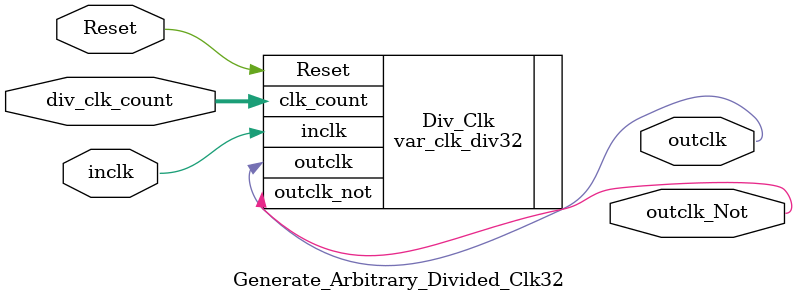
<source format=v>
`timescale 1ns / 1ps
module Generate_Arbitrary_Divided_Clk32
(
    input inclk,
    output outclk,
    output outclk_Not,
    input [31:0] div_clk_count,
    input Reset
);

	var_clk_div32 Div_Clk
    (
        .inclk(inclk),
        .outclk(outclk),
	    .outclk_not(outclk_Not),
        .clk_count(div_clk_count),
        .Reset(Reset)
    );

endmodule

</source>
